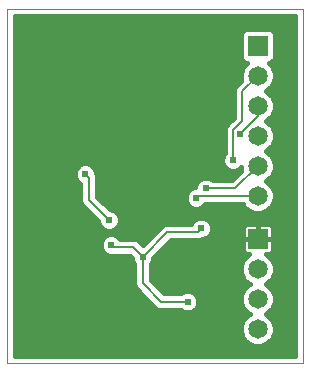
<source format=gbl>
G75*
%MOIN*%
%OFA0B0*%
%FSLAX25Y25*%
%IPPOS*%
%LPD*%
%AMOC8*
5,1,8,0,0,1.08239X$1,22.5*
%
%ADD10C,0.00000*%
%ADD11R,0.06500X0.06500*%
%ADD12C,0.06500*%
%ADD13C,0.01600*%
%ADD14C,0.02381*%
%ADD15C,0.00800*%
D10*
X0038526Y0009674D02*
X0038526Y0127784D01*
X0136951Y0127784D01*
X0136951Y0009674D01*
X0038526Y0009674D01*
D11*
X0121991Y0051013D03*
X0121991Y0115383D03*
D12*
X0121991Y0105383D03*
X0121991Y0095383D03*
X0121991Y0085383D03*
X0121991Y0075383D03*
X0121991Y0065383D03*
X0121991Y0041013D03*
X0121991Y0031013D03*
X0121991Y0021013D03*
D13*
X0127382Y0019265D02*
X0134551Y0019265D01*
X0134551Y0017667D02*
X0126635Y0017667D01*
X0126780Y0017812D02*
X0127641Y0019889D01*
X0127641Y0022136D01*
X0126780Y0024213D01*
X0125191Y0025802D01*
X0124684Y0026013D01*
X0125191Y0026223D01*
X0126780Y0027812D01*
X0127641Y0029889D01*
X0127641Y0032136D01*
X0126780Y0034213D01*
X0125191Y0035802D01*
X0124684Y0036013D01*
X0125191Y0036223D01*
X0126780Y0037812D01*
X0127641Y0039889D01*
X0127641Y0042136D01*
X0126780Y0044213D01*
X0125191Y0045802D01*
X0124804Y0045963D01*
X0125477Y0045963D01*
X0125935Y0046085D01*
X0126346Y0046322D01*
X0126681Y0046657D01*
X0126918Y0047068D01*
X0127041Y0047526D01*
X0127041Y0050938D01*
X0122066Y0050938D01*
X0122066Y0051088D01*
X0127041Y0051088D01*
X0127041Y0054500D01*
X0126918Y0054957D01*
X0126681Y0055368D01*
X0126346Y0055703D01*
X0125935Y0055940D01*
X0125477Y0056063D01*
X0122066Y0056063D01*
X0122066Y0051088D01*
X0121916Y0051088D01*
X0121916Y0056063D01*
X0118504Y0056063D01*
X0118046Y0055940D01*
X0117635Y0055703D01*
X0117300Y0055368D01*
X0117063Y0054957D01*
X0116941Y0054500D01*
X0116941Y0051088D01*
X0121915Y0051088D01*
X0121915Y0050938D01*
X0116941Y0050938D01*
X0116941Y0047526D01*
X0117063Y0047068D01*
X0117300Y0046657D01*
X0117635Y0046322D01*
X0118046Y0046085D01*
X0118504Y0045963D01*
X0119177Y0045963D01*
X0118790Y0045802D01*
X0117201Y0044213D01*
X0116341Y0042136D01*
X0116341Y0039889D01*
X0117201Y0037812D01*
X0118790Y0036223D01*
X0119297Y0036013D01*
X0118790Y0035802D01*
X0117201Y0034213D01*
X0116341Y0032136D01*
X0116341Y0029889D01*
X0117201Y0027812D01*
X0118790Y0026223D01*
X0119297Y0026013D01*
X0118790Y0025802D01*
X0117201Y0024213D01*
X0116341Y0022136D01*
X0116341Y0019889D01*
X0117201Y0017812D01*
X0118790Y0016223D01*
X0120867Y0015363D01*
X0123114Y0015363D01*
X0125191Y0016223D01*
X0126780Y0017812D01*
X0124817Y0016068D02*
X0134551Y0016068D01*
X0134551Y0014470D02*
X0040926Y0014470D01*
X0040926Y0016068D02*
X0119164Y0016068D01*
X0117346Y0017667D02*
X0040926Y0017667D01*
X0040926Y0019265D02*
X0116599Y0019265D01*
X0116341Y0020864D02*
X0040926Y0020864D01*
X0040926Y0022462D02*
X0116475Y0022462D01*
X0117138Y0024061D02*
X0040926Y0024061D01*
X0040926Y0025659D02*
X0118647Y0025659D01*
X0117755Y0027258D02*
X0100754Y0027258D01*
X0100599Y0027103D02*
X0101609Y0028113D01*
X0102156Y0029432D01*
X0102156Y0030861D01*
X0101609Y0032180D01*
X0100599Y0033190D01*
X0099280Y0033737D01*
X0097851Y0033737D01*
X0096531Y0033190D01*
X0096288Y0032946D01*
X0090867Y0032946D01*
X0086405Y0037409D01*
X0086405Y0042829D01*
X0086649Y0043073D01*
X0087195Y0044393D01*
X0087195Y0044738D01*
X0093032Y0050575D01*
X0102469Y0050575D01*
X0103412Y0050965D01*
X0103807Y0050965D01*
X0105127Y0051512D01*
X0106137Y0052522D01*
X0106683Y0053842D01*
X0106683Y0055270D01*
X0106137Y0056590D01*
X0105127Y0057600D01*
X0103807Y0058146D01*
X0102379Y0058146D01*
X0101059Y0057600D01*
X0100049Y0056590D01*
X0099877Y0056175D01*
X0091315Y0056175D01*
X0090286Y0055749D01*
X0083605Y0049067D01*
X0082041Y0050630D01*
X0081012Y0051057D01*
X0076224Y0051057D01*
X0076216Y0051078D01*
X0075206Y0052088D01*
X0073886Y0052635D01*
X0072457Y0052635D01*
X0071138Y0052088D01*
X0070128Y0051078D01*
X0069581Y0049758D01*
X0069581Y0048330D01*
X0070128Y0047010D01*
X0071138Y0046000D01*
X0072457Y0045454D01*
X0073886Y0045454D01*
X0073893Y0045457D01*
X0079295Y0045457D01*
X0080014Y0044738D01*
X0080014Y0044393D01*
X0080561Y0043073D01*
X0080805Y0042829D01*
X0080805Y0035692D01*
X0081231Y0034663D01*
X0082019Y0033875D01*
X0088121Y0027773D01*
X0089150Y0027346D01*
X0096288Y0027346D01*
X0096531Y0027103D01*
X0097851Y0026556D01*
X0099280Y0026556D01*
X0100599Y0027103D01*
X0101917Y0028856D02*
X0116768Y0028856D01*
X0116341Y0030455D02*
X0102156Y0030455D01*
X0101662Y0032053D02*
X0116341Y0032053D01*
X0116968Y0033652D02*
X0099485Y0033652D01*
X0097645Y0033652D02*
X0090162Y0033652D01*
X0088563Y0035250D02*
X0118238Y0035250D01*
X0118164Y0036849D02*
X0086965Y0036849D01*
X0086405Y0038447D02*
X0116938Y0038447D01*
X0116341Y0040046D02*
X0086405Y0040046D01*
X0086405Y0041644D02*
X0116341Y0041644D01*
X0116799Y0043243D02*
X0086719Y0043243D01*
X0087299Y0044841D02*
X0117829Y0044841D01*
X0117518Y0046440D02*
X0088897Y0046440D01*
X0090496Y0048038D02*
X0116941Y0048038D01*
X0116941Y0049637D02*
X0092094Y0049637D01*
X0087372Y0052834D02*
X0040926Y0052834D01*
X0040926Y0054432D02*
X0070186Y0054432D01*
X0070350Y0054268D02*
X0071670Y0053721D01*
X0073098Y0053721D01*
X0074418Y0054268D01*
X0075428Y0055278D01*
X0075975Y0056598D01*
X0075975Y0058026D01*
X0075428Y0059346D01*
X0074418Y0060356D01*
X0073098Y0060902D01*
X0072753Y0060902D01*
X0068491Y0065165D01*
X0068491Y0072042D01*
X0068101Y0072985D01*
X0068101Y0073380D01*
X0067554Y0074700D01*
X0066544Y0075710D01*
X0065224Y0076257D01*
X0063796Y0076257D01*
X0062476Y0075710D01*
X0061466Y0074700D01*
X0060920Y0073380D01*
X0060920Y0071952D01*
X0061466Y0070632D01*
X0062476Y0069622D01*
X0062891Y0069450D01*
X0062891Y0063448D01*
X0063318Y0062419D01*
X0064105Y0061631D01*
X0064105Y0061631D01*
X0068794Y0056943D01*
X0068794Y0056598D01*
X0069340Y0055278D01*
X0070350Y0054268D01*
X0069028Y0056031D02*
X0040926Y0056031D01*
X0040926Y0057629D02*
X0068107Y0057629D01*
X0066508Y0059228D02*
X0040926Y0059228D01*
X0040926Y0060826D02*
X0064910Y0060826D01*
X0063315Y0062425D02*
X0040926Y0062425D01*
X0040926Y0064023D02*
X0062891Y0064023D01*
X0062891Y0065622D02*
X0040926Y0065622D01*
X0040926Y0067220D02*
X0062891Y0067220D01*
X0062891Y0068819D02*
X0040926Y0068819D01*
X0040926Y0070417D02*
X0061681Y0070417D01*
X0060920Y0072016D02*
X0040926Y0072016D01*
X0040926Y0073614D02*
X0061017Y0073614D01*
X0061979Y0075213D02*
X0040926Y0075213D01*
X0040926Y0076811D02*
X0110132Y0076811D01*
X0110132Y0076676D02*
X0110679Y0075357D01*
X0111689Y0074347D01*
X0113009Y0073800D01*
X0114437Y0073800D01*
X0115757Y0074347D01*
X0116341Y0074930D01*
X0116341Y0074259D01*
X0116506Y0073858D01*
X0113390Y0070742D01*
X0106945Y0070742D01*
X0106702Y0070986D01*
X0105382Y0071532D01*
X0103953Y0071532D01*
X0102634Y0070986D01*
X0101624Y0069976D01*
X0101077Y0068656D01*
X0101077Y0068383D01*
X0100804Y0068383D01*
X0099484Y0067836D01*
X0098474Y0066826D01*
X0097928Y0065506D01*
X0097928Y0064078D01*
X0098474Y0062758D01*
X0099484Y0061748D01*
X0100804Y0061202D01*
X0102232Y0061202D01*
X0103552Y0061748D01*
X0104386Y0062583D01*
X0117035Y0062583D01*
X0117201Y0062182D01*
X0118790Y0060593D01*
X0120867Y0059733D01*
X0123114Y0059733D01*
X0125191Y0060593D01*
X0126780Y0062182D01*
X0127641Y0064259D01*
X0127641Y0066507D01*
X0126780Y0068583D01*
X0125191Y0070173D01*
X0124684Y0070383D01*
X0125191Y0070593D01*
X0126780Y0072182D01*
X0127641Y0074259D01*
X0127641Y0076507D01*
X0126780Y0078583D01*
X0125191Y0080173D01*
X0124684Y0080383D01*
X0125191Y0080593D01*
X0126780Y0082182D01*
X0127641Y0084259D01*
X0127641Y0086507D01*
X0126780Y0088583D01*
X0125191Y0090173D01*
X0124684Y0090383D01*
X0125191Y0090593D01*
X0126780Y0092182D01*
X0127641Y0094259D01*
X0127641Y0096507D01*
X0126780Y0098583D01*
X0125191Y0100173D01*
X0124684Y0100383D01*
X0125191Y0100593D01*
X0126780Y0102182D01*
X0127641Y0104259D01*
X0127641Y0106507D01*
X0126780Y0108583D01*
X0125631Y0109733D01*
X0125718Y0109733D01*
X0126600Y0110098D01*
X0127275Y0110773D01*
X0127641Y0111655D01*
X0127641Y0119110D01*
X0127275Y0119992D01*
X0126600Y0120667D01*
X0125718Y0121033D01*
X0118263Y0121033D01*
X0117381Y0120667D01*
X0116706Y0119992D01*
X0116341Y0119110D01*
X0116341Y0111655D01*
X0116706Y0110773D01*
X0117381Y0110098D01*
X0118263Y0109733D01*
X0118350Y0109733D01*
X0117201Y0108583D01*
X0116341Y0106507D01*
X0116341Y0104259D01*
X0116506Y0103858D01*
X0115286Y0102638D01*
X0114499Y0101851D01*
X0114072Y0100822D01*
X0114072Y0091542D01*
X0112137Y0089607D01*
X0111349Y0088819D01*
X0110923Y0087790D01*
X0110923Y0079668D01*
X0110679Y0079424D01*
X0110132Y0078105D01*
X0110132Y0076676D01*
X0110823Y0075213D02*
X0067041Y0075213D01*
X0068004Y0073614D02*
X0116263Y0073614D01*
X0114664Y0072016D02*
X0068491Y0072016D01*
X0068491Y0070417D02*
X0102066Y0070417D01*
X0101145Y0068819D02*
X0068491Y0068819D01*
X0068491Y0067220D02*
X0098869Y0067220D01*
X0097975Y0065622D02*
X0068491Y0065622D01*
X0069632Y0064023D02*
X0097950Y0064023D01*
X0098808Y0062425D02*
X0071231Y0062425D01*
X0073282Y0060826D02*
X0118557Y0060826D01*
X0117100Y0062425D02*
X0104229Y0062425D01*
X0105055Y0057629D02*
X0134551Y0057629D01*
X0134551Y0056031D02*
X0125596Y0056031D01*
X0127041Y0054432D02*
X0134551Y0054432D01*
X0134551Y0052834D02*
X0127041Y0052834D01*
X0127041Y0051235D02*
X0134551Y0051235D01*
X0134551Y0049637D02*
X0127041Y0049637D01*
X0127041Y0048038D02*
X0134551Y0048038D01*
X0134551Y0046440D02*
X0126463Y0046440D01*
X0126152Y0044841D02*
X0134551Y0044841D01*
X0134551Y0043243D02*
X0127182Y0043243D01*
X0127641Y0041644D02*
X0134551Y0041644D01*
X0134551Y0040046D02*
X0127641Y0040046D01*
X0127043Y0038447D02*
X0134551Y0038447D01*
X0134551Y0036849D02*
X0125817Y0036849D01*
X0125743Y0035250D02*
X0134551Y0035250D01*
X0134551Y0033652D02*
X0127013Y0033652D01*
X0127641Y0032053D02*
X0134551Y0032053D01*
X0134551Y0030455D02*
X0127641Y0030455D01*
X0127213Y0028856D02*
X0134551Y0028856D01*
X0134551Y0027258D02*
X0126226Y0027258D01*
X0125334Y0025659D02*
X0134551Y0025659D01*
X0134551Y0024061D02*
X0126844Y0024061D01*
X0127506Y0022462D02*
X0134551Y0022462D01*
X0134551Y0020864D02*
X0127641Y0020864D01*
X0134551Y0012871D02*
X0040926Y0012871D01*
X0040926Y0012074D02*
X0040926Y0125384D01*
X0134551Y0125384D01*
X0134551Y0012074D01*
X0040926Y0012074D01*
X0040926Y0027258D02*
X0096376Y0027258D01*
X0087038Y0028856D02*
X0040926Y0028856D01*
X0040926Y0030455D02*
X0085439Y0030455D01*
X0083841Y0032053D02*
X0040926Y0032053D01*
X0040926Y0033652D02*
X0082242Y0033652D01*
X0080988Y0035250D02*
X0040926Y0035250D01*
X0040926Y0036849D02*
X0080805Y0036849D01*
X0080805Y0038447D02*
X0040926Y0038447D01*
X0040926Y0040046D02*
X0080805Y0040046D01*
X0080805Y0041644D02*
X0040926Y0041644D01*
X0040926Y0043243D02*
X0080491Y0043243D01*
X0079911Y0044841D02*
X0040926Y0044841D01*
X0040926Y0046440D02*
X0070698Y0046440D01*
X0069702Y0048038D02*
X0040926Y0048038D01*
X0040926Y0049637D02*
X0069581Y0049637D01*
X0070285Y0051235D02*
X0040926Y0051235D01*
X0040926Y0078410D02*
X0110259Y0078410D01*
X0110923Y0080009D02*
X0040926Y0080009D01*
X0040926Y0081607D02*
X0110923Y0081607D01*
X0110923Y0083206D02*
X0040926Y0083206D01*
X0040926Y0084804D02*
X0110923Y0084804D01*
X0110923Y0086403D02*
X0040926Y0086403D01*
X0040926Y0088001D02*
X0111010Y0088001D01*
X0112130Y0089600D02*
X0040926Y0089600D01*
X0040926Y0091198D02*
X0113728Y0091198D01*
X0114072Y0092797D02*
X0040926Y0092797D01*
X0040926Y0094395D02*
X0114072Y0094395D01*
X0114072Y0095994D02*
X0040926Y0095994D01*
X0040926Y0097592D02*
X0114072Y0097592D01*
X0114072Y0099191D02*
X0040926Y0099191D01*
X0040926Y0100789D02*
X0114072Y0100789D01*
X0115036Y0102388D02*
X0040926Y0102388D01*
X0040926Y0103986D02*
X0116453Y0103986D01*
X0116341Y0105585D02*
X0040926Y0105585D01*
X0040926Y0107183D02*
X0116621Y0107183D01*
X0117399Y0108782D02*
X0040926Y0108782D01*
X0040926Y0110380D02*
X0117099Y0110380D01*
X0116341Y0111979D02*
X0040926Y0111979D01*
X0040926Y0113577D02*
X0116341Y0113577D01*
X0116341Y0115176D02*
X0040926Y0115176D01*
X0040926Y0116774D02*
X0116341Y0116774D01*
X0116341Y0118373D02*
X0040926Y0118373D01*
X0040926Y0119971D02*
X0116697Y0119971D01*
X0127284Y0119971D02*
X0134551Y0119971D01*
X0134551Y0118373D02*
X0127641Y0118373D01*
X0127641Y0116774D02*
X0134551Y0116774D01*
X0134551Y0115176D02*
X0127641Y0115176D01*
X0127641Y0113577D02*
X0134551Y0113577D01*
X0134551Y0111979D02*
X0127641Y0111979D01*
X0126882Y0110380D02*
X0134551Y0110380D01*
X0134551Y0108782D02*
X0126582Y0108782D01*
X0127360Y0107183D02*
X0134551Y0107183D01*
X0134551Y0105585D02*
X0127641Y0105585D01*
X0127528Y0103986D02*
X0134551Y0103986D01*
X0134551Y0102388D02*
X0126865Y0102388D01*
X0125387Y0100789D02*
X0134551Y0100789D01*
X0134551Y0099191D02*
X0126173Y0099191D01*
X0127191Y0097592D02*
X0134551Y0097592D01*
X0134551Y0095994D02*
X0127641Y0095994D01*
X0127641Y0094395D02*
X0134551Y0094395D01*
X0134551Y0092797D02*
X0127035Y0092797D01*
X0125796Y0091198D02*
X0134551Y0091198D01*
X0134551Y0089600D02*
X0125764Y0089600D01*
X0127021Y0088001D02*
X0134551Y0088001D01*
X0134551Y0086403D02*
X0127641Y0086403D01*
X0127641Y0084804D02*
X0134551Y0084804D01*
X0134551Y0083206D02*
X0127204Y0083206D01*
X0126205Y0081607D02*
X0134551Y0081607D01*
X0134551Y0080009D02*
X0125355Y0080009D01*
X0126852Y0078410D02*
X0134551Y0078410D01*
X0134551Y0076811D02*
X0127514Y0076811D01*
X0127641Y0075213D02*
X0134551Y0075213D01*
X0134551Y0073614D02*
X0127374Y0073614D01*
X0126614Y0072016D02*
X0134551Y0072016D01*
X0134551Y0070417D02*
X0124768Y0070417D01*
X0126545Y0068819D02*
X0134551Y0068819D01*
X0134551Y0067220D02*
X0127345Y0067220D01*
X0127641Y0065622D02*
X0134551Y0065622D01*
X0134551Y0064023D02*
X0127543Y0064023D01*
X0126881Y0062425D02*
X0134551Y0062425D01*
X0134551Y0060826D02*
X0125425Y0060826D01*
X0122066Y0056031D02*
X0121916Y0056031D01*
X0121916Y0054432D02*
X0122066Y0054432D01*
X0122066Y0052834D02*
X0121916Y0052834D01*
X0121916Y0051235D02*
X0122066Y0051235D01*
X0118385Y0056031D02*
X0106368Y0056031D01*
X0106683Y0054432D02*
X0116941Y0054432D01*
X0116941Y0052834D02*
X0106266Y0052834D01*
X0104459Y0051235D02*
X0116941Y0051235D01*
X0101130Y0057629D02*
X0075975Y0057629D01*
X0075740Y0056031D02*
X0090968Y0056031D01*
X0088970Y0054432D02*
X0074583Y0054432D01*
X0076058Y0051235D02*
X0085773Y0051235D01*
X0084175Y0049637D02*
X0083035Y0049637D01*
X0075477Y0059228D02*
X0134551Y0059228D01*
X0134551Y0121570D02*
X0040926Y0121570D01*
X0040926Y0123168D02*
X0134551Y0123168D01*
X0134551Y0124767D02*
X0040926Y0124767D01*
D14*
X0064510Y0072666D03*
X0072384Y0057312D03*
X0073172Y0049044D03*
X0083605Y0045107D03*
X0073565Y0035658D03*
X0098565Y0030146D03*
X0103093Y0054556D03*
X0101518Y0064792D03*
X0104668Y0067942D03*
X0113723Y0077391D03*
X0116085Y0086052D03*
D15*
X0121991Y0091957D01*
X0121991Y0095383D01*
X0116872Y0100265D02*
X0116872Y0090383D01*
X0113723Y0087233D01*
X0113723Y0077391D01*
X0121991Y0075383D02*
X0114550Y0067942D01*
X0104668Y0067942D01*
X0102109Y0065383D02*
X0101518Y0064792D01*
X0102109Y0065383D02*
X0121991Y0065383D01*
X0103093Y0054556D02*
X0101912Y0053375D01*
X0091872Y0053375D01*
X0083605Y0045107D01*
X0083605Y0036249D01*
X0089707Y0030146D01*
X0098565Y0030146D01*
X0083605Y0045107D02*
X0080455Y0048257D01*
X0073959Y0048257D01*
X0073172Y0049044D01*
X0072384Y0057312D02*
X0065691Y0064005D01*
X0065691Y0071485D01*
X0064510Y0072666D01*
X0116872Y0100265D02*
X0121991Y0105383D01*
M02*

</source>
